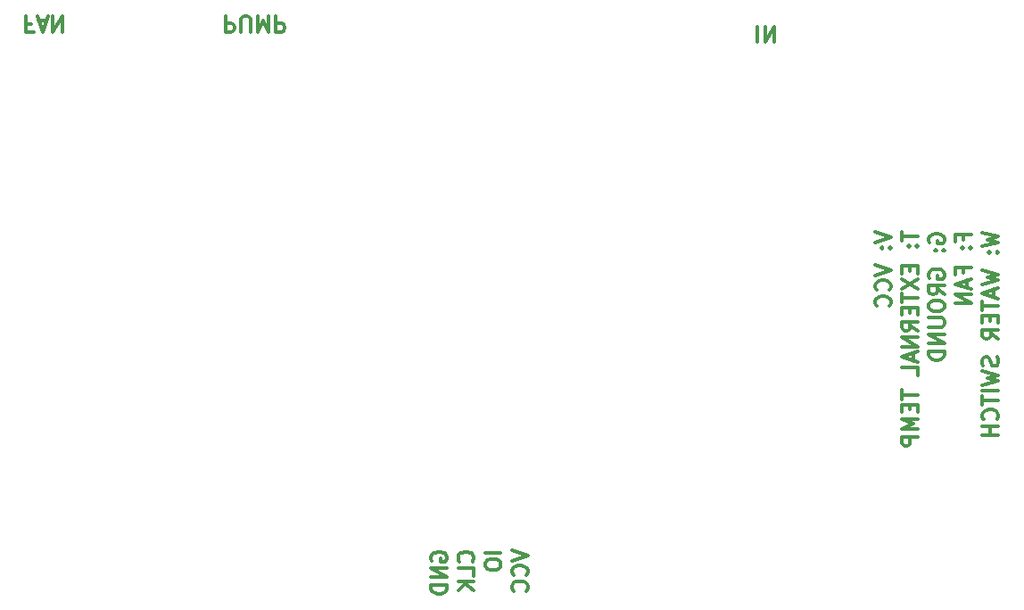
<source format=gbr>
G04 #@! TF.FileFunction,Legend,Bot*
%FSLAX46Y46*%
G04 Gerber Fmt 4.6, Leading zero omitted, Abs format (unit mm)*
G04 Created by KiCad (PCBNEW 4.0.7-e2-6376~61~ubuntu18.04.1) date Tue Jul 31 18:43:04 2018*
%MOMM*%
%LPD*%
G01*
G04 APERTURE LIST*
%ADD10C,0.100000*%
%ADD11C,0.300000*%
G04 APERTURE END LIST*
D10*
D11*
X145878571Y-65842857D02*
X147378571Y-66342857D01*
X145878571Y-66842857D01*
X147235714Y-67342857D02*
X147307143Y-67414285D01*
X147378571Y-67342857D01*
X147307143Y-67271428D01*
X147235714Y-67342857D01*
X147378571Y-67342857D01*
X146450000Y-67342857D02*
X146521429Y-67414285D01*
X146592857Y-67342857D01*
X146521429Y-67271428D01*
X146450000Y-67342857D01*
X146592857Y-67342857D01*
X145878571Y-68985714D02*
X147378571Y-69485714D01*
X145878571Y-69985714D01*
X147235714Y-71342857D02*
X147307143Y-71271428D01*
X147378571Y-71057142D01*
X147378571Y-70914285D01*
X147307143Y-70700000D01*
X147164286Y-70557142D01*
X147021429Y-70485714D01*
X146735714Y-70414285D01*
X146521429Y-70414285D01*
X146235714Y-70485714D01*
X146092857Y-70557142D01*
X145950000Y-70700000D01*
X145878571Y-70914285D01*
X145878571Y-71057142D01*
X145950000Y-71271428D01*
X146021429Y-71342857D01*
X147235714Y-72842857D02*
X147307143Y-72771428D01*
X147378571Y-72557142D01*
X147378571Y-72414285D01*
X147307143Y-72200000D01*
X147164286Y-72057142D01*
X147021429Y-71985714D01*
X146735714Y-71914285D01*
X146521429Y-71914285D01*
X146235714Y-71985714D01*
X146092857Y-72057142D01*
X145950000Y-72200000D01*
X145878571Y-72414285D01*
X145878571Y-72557142D01*
X145950000Y-72771428D01*
X146021429Y-72842857D01*
X148428571Y-65842857D02*
X148428571Y-66700000D01*
X149928571Y-66271429D02*
X148428571Y-66271429D01*
X149785714Y-67200000D02*
X149857143Y-67271428D01*
X149928571Y-67200000D01*
X149857143Y-67128571D01*
X149785714Y-67200000D01*
X149928571Y-67200000D01*
X149000000Y-67200000D02*
X149071429Y-67271428D01*
X149142857Y-67200000D01*
X149071429Y-67128571D01*
X149000000Y-67200000D01*
X149142857Y-67200000D01*
X149142857Y-69057143D02*
X149142857Y-69557143D01*
X149928571Y-69771429D02*
X149928571Y-69057143D01*
X148428571Y-69057143D01*
X148428571Y-69771429D01*
X148428571Y-70271429D02*
X149928571Y-71271429D01*
X148428571Y-71271429D02*
X149928571Y-70271429D01*
X148428571Y-71628571D02*
X148428571Y-72485714D01*
X149928571Y-72057143D02*
X148428571Y-72057143D01*
X149142857Y-72985714D02*
X149142857Y-73485714D01*
X149928571Y-73700000D02*
X149928571Y-72985714D01*
X148428571Y-72985714D01*
X148428571Y-73700000D01*
X149928571Y-75200000D02*
X149214286Y-74700000D01*
X149928571Y-74342857D02*
X148428571Y-74342857D01*
X148428571Y-74914285D01*
X148500000Y-75057143D01*
X148571429Y-75128571D01*
X148714286Y-75200000D01*
X148928571Y-75200000D01*
X149071429Y-75128571D01*
X149142857Y-75057143D01*
X149214286Y-74914285D01*
X149214286Y-74342857D01*
X149928571Y-75842857D02*
X148428571Y-75842857D01*
X149928571Y-76700000D01*
X148428571Y-76700000D01*
X149500000Y-77342857D02*
X149500000Y-78057143D01*
X149928571Y-77200000D02*
X148428571Y-77700000D01*
X149928571Y-78200000D01*
X149928571Y-79414286D02*
X149928571Y-78700000D01*
X148428571Y-78700000D01*
X148428571Y-80842857D02*
X148428571Y-81700000D01*
X149928571Y-81271429D02*
X148428571Y-81271429D01*
X149142857Y-82200000D02*
X149142857Y-82700000D01*
X149928571Y-82914286D02*
X149928571Y-82200000D01*
X148428571Y-82200000D01*
X148428571Y-82914286D01*
X149928571Y-83557143D02*
X148428571Y-83557143D01*
X149500000Y-84057143D01*
X148428571Y-84557143D01*
X149928571Y-84557143D01*
X149928571Y-85271429D02*
X148428571Y-85271429D01*
X148428571Y-85842857D01*
X148500000Y-85985715D01*
X148571429Y-86057143D01*
X148714286Y-86128572D01*
X148928571Y-86128572D01*
X149071429Y-86057143D01*
X149142857Y-85985715D01*
X149214286Y-85842857D01*
X149214286Y-85271429D01*
X151050000Y-66842857D02*
X150978571Y-66700000D01*
X150978571Y-66485714D01*
X151050000Y-66271429D01*
X151192857Y-66128571D01*
X151335714Y-66057143D01*
X151621429Y-65985714D01*
X151835714Y-65985714D01*
X152121429Y-66057143D01*
X152264286Y-66128571D01*
X152407143Y-66271429D01*
X152478571Y-66485714D01*
X152478571Y-66628571D01*
X152407143Y-66842857D01*
X152335714Y-66914286D01*
X151835714Y-66914286D01*
X151835714Y-66628571D01*
X152335714Y-67557143D02*
X152407143Y-67628571D01*
X152478571Y-67557143D01*
X152407143Y-67485714D01*
X152335714Y-67557143D01*
X152478571Y-67557143D01*
X151550000Y-67557143D02*
X151621429Y-67628571D01*
X151692857Y-67557143D01*
X151621429Y-67485714D01*
X151550000Y-67557143D01*
X151692857Y-67557143D01*
X151050000Y-70200000D02*
X150978571Y-70057143D01*
X150978571Y-69842857D01*
X151050000Y-69628572D01*
X151192857Y-69485714D01*
X151335714Y-69414286D01*
X151621429Y-69342857D01*
X151835714Y-69342857D01*
X152121429Y-69414286D01*
X152264286Y-69485714D01*
X152407143Y-69628572D01*
X152478571Y-69842857D01*
X152478571Y-69985714D01*
X152407143Y-70200000D01*
X152335714Y-70271429D01*
X151835714Y-70271429D01*
X151835714Y-69985714D01*
X152478571Y-71771429D02*
X151764286Y-71271429D01*
X152478571Y-70914286D02*
X150978571Y-70914286D01*
X150978571Y-71485714D01*
X151050000Y-71628572D01*
X151121429Y-71700000D01*
X151264286Y-71771429D01*
X151478571Y-71771429D01*
X151621429Y-71700000D01*
X151692857Y-71628572D01*
X151764286Y-71485714D01*
X151764286Y-70914286D01*
X150978571Y-72700000D02*
X150978571Y-72985714D01*
X151050000Y-73128572D01*
X151192857Y-73271429D01*
X151478571Y-73342857D01*
X151978571Y-73342857D01*
X152264286Y-73271429D01*
X152407143Y-73128572D01*
X152478571Y-72985714D01*
X152478571Y-72700000D01*
X152407143Y-72557143D01*
X152264286Y-72414286D01*
X151978571Y-72342857D01*
X151478571Y-72342857D01*
X151192857Y-72414286D01*
X151050000Y-72557143D01*
X150978571Y-72700000D01*
X150978571Y-73985715D02*
X152192857Y-73985715D01*
X152335714Y-74057143D01*
X152407143Y-74128572D01*
X152478571Y-74271429D01*
X152478571Y-74557143D01*
X152407143Y-74700001D01*
X152335714Y-74771429D01*
X152192857Y-74842858D01*
X150978571Y-74842858D01*
X152478571Y-75557144D02*
X150978571Y-75557144D01*
X152478571Y-76414287D01*
X150978571Y-76414287D01*
X152478571Y-77128573D02*
X150978571Y-77128573D01*
X150978571Y-77485716D01*
X151050000Y-77700001D01*
X151192857Y-77842859D01*
X151335714Y-77914287D01*
X151621429Y-77985716D01*
X151835714Y-77985716D01*
X152121429Y-77914287D01*
X152264286Y-77842859D01*
X152407143Y-77700001D01*
X152478571Y-77485716D01*
X152478571Y-77128573D01*
X154242857Y-66557143D02*
X154242857Y-66057143D01*
X155028571Y-66057143D02*
X153528571Y-66057143D01*
X153528571Y-66771429D01*
X154885714Y-67342857D02*
X154957143Y-67414285D01*
X155028571Y-67342857D01*
X154957143Y-67271428D01*
X154885714Y-67342857D01*
X155028571Y-67342857D01*
X154100000Y-67342857D02*
X154171429Y-67414285D01*
X154242857Y-67342857D01*
X154171429Y-67271428D01*
X154100000Y-67342857D01*
X154242857Y-67342857D01*
X154242857Y-69700000D02*
X154242857Y-69200000D01*
X155028571Y-69200000D02*
X153528571Y-69200000D01*
X153528571Y-69914286D01*
X154600000Y-70414285D02*
X154600000Y-71128571D01*
X155028571Y-70271428D02*
X153528571Y-70771428D01*
X155028571Y-71271428D01*
X155028571Y-71771428D02*
X153528571Y-71771428D01*
X155028571Y-72628571D01*
X153528571Y-72628571D01*
X156078571Y-65914286D02*
X157578571Y-66271429D01*
X156507143Y-66557143D01*
X157578571Y-66842857D01*
X156078571Y-67200000D01*
X157435714Y-67771429D02*
X157507143Y-67842857D01*
X157578571Y-67771429D01*
X157507143Y-67700000D01*
X157435714Y-67771429D01*
X157578571Y-67771429D01*
X156650000Y-67771429D02*
X156721429Y-67842857D01*
X156792857Y-67771429D01*
X156721429Y-67700000D01*
X156650000Y-67771429D01*
X156792857Y-67771429D01*
X156078571Y-69485715D02*
X157578571Y-69842858D01*
X156507143Y-70128572D01*
X157578571Y-70414286D01*
X156078571Y-70771429D01*
X157150000Y-71271429D02*
X157150000Y-71985715D01*
X157578571Y-71128572D02*
X156078571Y-71628572D01*
X157578571Y-72128572D01*
X156078571Y-72414286D02*
X156078571Y-73271429D01*
X157578571Y-72842858D02*
X156078571Y-72842858D01*
X156792857Y-73771429D02*
X156792857Y-74271429D01*
X157578571Y-74485715D02*
X157578571Y-73771429D01*
X156078571Y-73771429D01*
X156078571Y-74485715D01*
X157578571Y-75985715D02*
X156864286Y-75485715D01*
X157578571Y-75128572D02*
X156078571Y-75128572D01*
X156078571Y-75700000D01*
X156150000Y-75842858D01*
X156221429Y-75914286D01*
X156364286Y-75985715D01*
X156578571Y-75985715D01*
X156721429Y-75914286D01*
X156792857Y-75842858D01*
X156864286Y-75700000D01*
X156864286Y-75128572D01*
X157507143Y-77700000D02*
X157578571Y-77914286D01*
X157578571Y-78271429D01*
X157507143Y-78414286D01*
X157435714Y-78485715D01*
X157292857Y-78557143D01*
X157150000Y-78557143D01*
X157007143Y-78485715D01*
X156935714Y-78414286D01*
X156864286Y-78271429D01*
X156792857Y-77985715D01*
X156721429Y-77842857D01*
X156650000Y-77771429D01*
X156507143Y-77700000D01*
X156364286Y-77700000D01*
X156221429Y-77771429D01*
X156150000Y-77842857D01*
X156078571Y-77985715D01*
X156078571Y-78342857D01*
X156150000Y-78557143D01*
X156078571Y-79057143D02*
X157578571Y-79414286D01*
X156507143Y-79700000D01*
X157578571Y-79985714D01*
X156078571Y-80342857D01*
X157578571Y-80914286D02*
X156078571Y-80914286D01*
X156078571Y-81414286D02*
X156078571Y-82271429D01*
X157578571Y-81842858D02*
X156078571Y-81842858D01*
X157435714Y-83628572D02*
X157507143Y-83557143D01*
X157578571Y-83342857D01*
X157578571Y-83200000D01*
X157507143Y-82985715D01*
X157364286Y-82842857D01*
X157221429Y-82771429D01*
X156935714Y-82700000D01*
X156721429Y-82700000D01*
X156435714Y-82771429D01*
X156292857Y-82842857D01*
X156150000Y-82985715D01*
X156078571Y-83200000D01*
X156078571Y-83342857D01*
X156150000Y-83557143D01*
X156221429Y-83628572D01*
X157578571Y-84271429D02*
X156078571Y-84271429D01*
X156792857Y-84271429D02*
X156792857Y-85128572D01*
X157578571Y-85128572D02*
X156078571Y-85128572D01*
X65785715Y-46107143D02*
X65285715Y-46107143D01*
X65285715Y-45321429D02*
X65285715Y-46821429D01*
X66000001Y-46821429D01*
X66500000Y-45750000D02*
X67214286Y-45750000D01*
X66357143Y-45321429D02*
X66857143Y-46821429D01*
X67357143Y-45321429D01*
X67857143Y-45321429D02*
X67857143Y-46821429D01*
X68714286Y-45321429D01*
X68714286Y-46821429D01*
X84214286Y-45321429D02*
X84214286Y-46821429D01*
X84785714Y-46821429D01*
X84928572Y-46750000D01*
X85000000Y-46678571D01*
X85071429Y-46535714D01*
X85071429Y-46321429D01*
X85000000Y-46178571D01*
X84928572Y-46107143D01*
X84785714Y-46035714D01*
X84214286Y-46035714D01*
X85714286Y-46821429D02*
X85714286Y-45607143D01*
X85785714Y-45464286D01*
X85857143Y-45392857D01*
X86000000Y-45321429D01*
X86285714Y-45321429D01*
X86428572Y-45392857D01*
X86500000Y-45464286D01*
X86571429Y-45607143D01*
X86571429Y-46821429D01*
X87285715Y-45321429D02*
X87285715Y-46821429D01*
X87785715Y-45750000D01*
X88285715Y-46821429D01*
X88285715Y-45321429D01*
X89000001Y-45321429D02*
X89000001Y-46821429D01*
X89571429Y-46821429D01*
X89714287Y-46750000D01*
X89785715Y-46678571D01*
X89857144Y-46535714D01*
X89857144Y-46321429D01*
X89785715Y-46178571D01*
X89714287Y-46107143D01*
X89571429Y-46035714D01*
X89000001Y-46035714D01*
X134714286Y-46321429D02*
X134714286Y-47821429D01*
X135428572Y-46321429D02*
X135428572Y-47821429D01*
X136285715Y-46321429D01*
X136285715Y-47821429D01*
X103825000Y-97042857D02*
X103753571Y-96900000D01*
X103753571Y-96685714D01*
X103825000Y-96471429D01*
X103967857Y-96328571D01*
X104110714Y-96257143D01*
X104396429Y-96185714D01*
X104610714Y-96185714D01*
X104896429Y-96257143D01*
X105039286Y-96328571D01*
X105182143Y-96471429D01*
X105253571Y-96685714D01*
X105253571Y-96828571D01*
X105182143Y-97042857D01*
X105110714Y-97114286D01*
X104610714Y-97114286D01*
X104610714Y-96828571D01*
X105253571Y-97757143D02*
X103753571Y-97757143D01*
X105253571Y-98614286D01*
X103753571Y-98614286D01*
X105253571Y-99328572D02*
X103753571Y-99328572D01*
X103753571Y-99685715D01*
X103825000Y-99900000D01*
X103967857Y-100042858D01*
X104110714Y-100114286D01*
X104396429Y-100185715D01*
X104610714Y-100185715D01*
X104896429Y-100114286D01*
X105039286Y-100042858D01*
X105182143Y-99900000D01*
X105253571Y-99685715D01*
X105253571Y-99328572D01*
X107660714Y-97114286D02*
X107732143Y-97042857D01*
X107803571Y-96828571D01*
X107803571Y-96685714D01*
X107732143Y-96471429D01*
X107589286Y-96328571D01*
X107446429Y-96257143D01*
X107160714Y-96185714D01*
X106946429Y-96185714D01*
X106660714Y-96257143D01*
X106517857Y-96328571D01*
X106375000Y-96471429D01*
X106303571Y-96685714D01*
X106303571Y-96828571D01*
X106375000Y-97042857D01*
X106446429Y-97114286D01*
X107803571Y-98471429D02*
X107803571Y-97757143D01*
X106303571Y-97757143D01*
X107803571Y-98971429D02*
X106303571Y-98971429D01*
X107803571Y-99828572D02*
X106946429Y-99185715D01*
X106303571Y-99828572D02*
X107160714Y-98971429D01*
X110353571Y-96257143D02*
X108853571Y-96257143D01*
X108853571Y-97257143D02*
X108853571Y-97542857D01*
X108925000Y-97685715D01*
X109067857Y-97828572D01*
X109353571Y-97900000D01*
X109853571Y-97900000D01*
X110139286Y-97828572D01*
X110282143Y-97685715D01*
X110353571Y-97542857D01*
X110353571Y-97257143D01*
X110282143Y-97114286D01*
X110139286Y-96971429D01*
X109853571Y-96900000D01*
X109353571Y-96900000D01*
X109067857Y-96971429D01*
X108925000Y-97114286D01*
X108853571Y-97257143D01*
X111403571Y-96042857D02*
X112903571Y-96542857D01*
X111403571Y-97042857D01*
X112760714Y-98400000D02*
X112832143Y-98328571D01*
X112903571Y-98114285D01*
X112903571Y-97971428D01*
X112832143Y-97757143D01*
X112689286Y-97614285D01*
X112546429Y-97542857D01*
X112260714Y-97471428D01*
X112046429Y-97471428D01*
X111760714Y-97542857D01*
X111617857Y-97614285D01*
X111475000Y-97757143D01*
X111403571Y-97971428D01*
X111403571Y-98114285D01*
X111475000Y-98328571D01*
X111546429Y-98400000D01*
X112760714Y-99900000D02*
X112832143Y-99828571D01*
X112903571Y-99614285D01*
X112903571Y-99471428D01*
X112832143Y-99257143D01*
X112689286Y-99114285D01*
X112546429Y-99042857D01*
X112260714Y-98971428D01*
X112046429Y-98971428D01*
X111760714Y-99042857D01*
X111617857Y-99114285D01*
X111475000Y-99257143D01*
X111403571Y-99471428D01*
X111403571Y-99614285D01*
X111475000Y-99828571D01*
X111546429Y-99900000D01*
M02*

</source>
